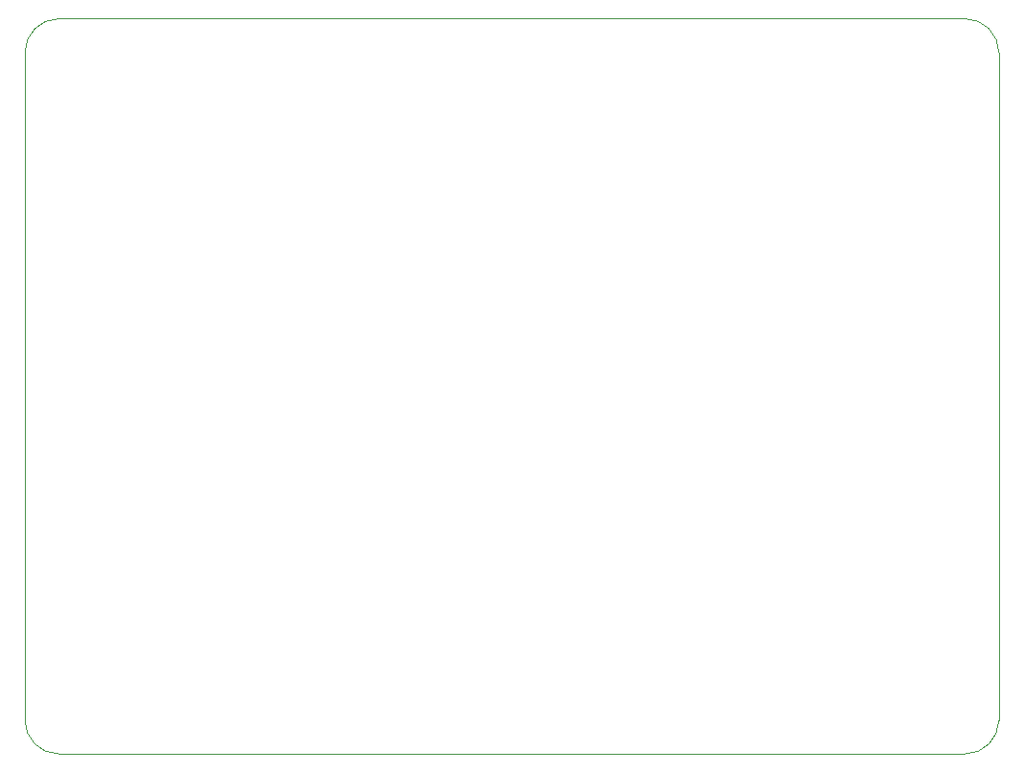
<source format=gbr>
%TF.GenerationSoftware,KiCad,Pcbnew,8.0.3*%
%TF.CreationDate,2024-06-29T17:40:49+07:00*%
%TF.ProjectId,solder-reflow,736f6c64-6572-42d7-9265-666c6f772e6b,rev?*%
%TF.SameCoordinates,Original*%
%TF.FileFunction,Profile,NP*%
%FSLAX46Y46*%
G04 Gerber Fmt 4.6, Leading zero omitted, Abs format (unit mm)*
G04 Created by KiCad (PCBNEW 8.0.3) date 2024-06-29 17:40:49*
%MOMM*%
%LPD*%
G01*
G04 APERTURE LIST*
%TA.AperFunction,Profile*%
%ADD10C,0.100000*%
%TD*%
G04 APERTURE END LIST*
D10*
X102500000Y-69000000D02*
X102500000Y-128000000D01*
X188500000Y-128000000D02*
G75*
G02*
X185500000Y-131000000I-3000000J0D01*
G01*
X188500000Y-69000000D02*
X188500000Y-128000000D01*
X185500000Y-66000000D02*
X105500000Y-66000000D01*
X185500000Y-66000000D02*
G75*
G02*
X188500000Y-69000000I0J-3000000D01*
G01*
X102500000Y-69000000D02*
G75*
G02*
X105500000Y-66000000I3000000J0D01*
G01*
X105500000Y-131000000D02*
G75*
G02*
X102500000Y-128000000I0J3000000D01*
G01*
X105500000Y-131000000D02*
X185500000Y-131000000D01*
M02*

</source>
